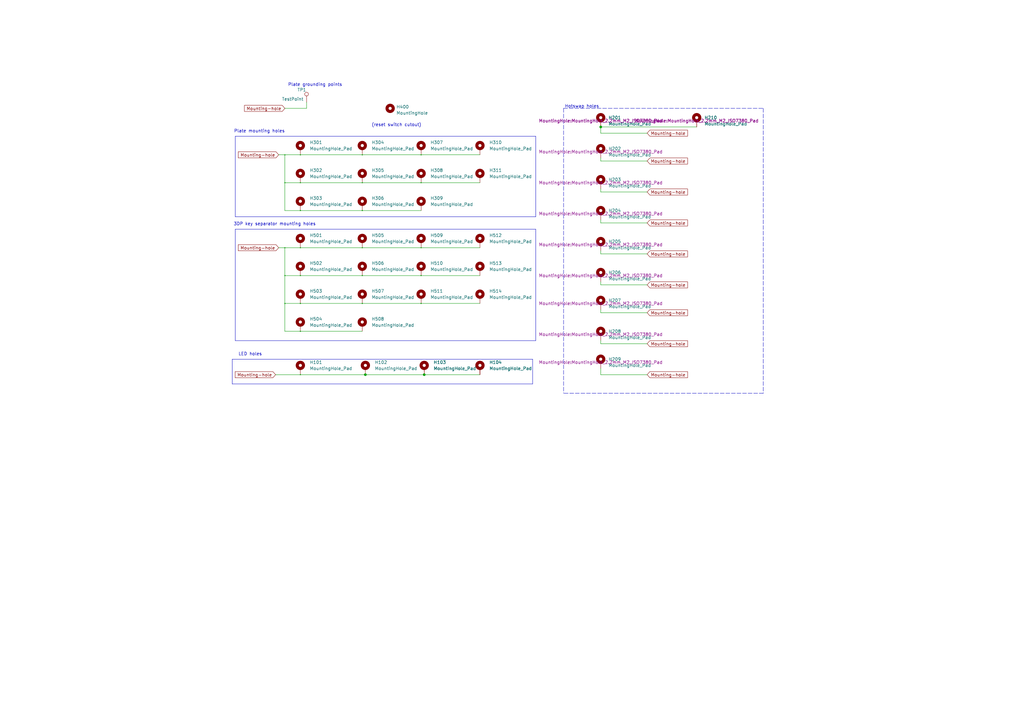
<source format=kicad_sch>
(kicad_sch (version 20230121) (generator eeschema)
  (paper "A3")
  (lib_symbols
    (symbol "Connector:TestPoint" (pin_numbers hide) (pin_names (offset 0.762) hide)
      (property "Reference" "TP" (at 0 6.858 0))
      (property "Value" "TestPoint" (at 0 5.08 0))
      (symbol "TestPoint_0_1"
        (circle (center 0 3.302) (radius 0.762))
      )
      (symbol "TestPoint_1_1"
        (pin passive line (at 0 0 90) (length 2.54) (name "1") (number "1"))
      )
    )
    (symbol "Mechanical:MountingHole" (pin_names (offset 1.016))
      (property "Reference" "H" (at 0 5.08 0))
      (property "Value" "MountingHole" (at 0 3.175 0))
      (symbol "MountingHole_0_1"
        (circle (center 0 0) (radius 1.27) (stroke (width 1.27)))
      )
    )
    (symbol "Mechanical:MountingHole_Pad" (pin_numbers hide) (pin_names hide)
      (property "Reference" "H" (at 0 6.35 0))
      (property "Value" "MountingHole_Pad" (at 0 4.445 0))
      (symbol "MountingHole_Pad_0_1"
        (circle (center 0 1.27) (radius 1.27) (stroke (width 1.27)))
      )
      (symbol "MountingHole_Pad_1_1"
        (pin input line (at 0 -2.54 90) (length 2.54) (name "1") (number "1"))
      )
    )
  )
  (junction (at 172.72 113.03) (diameter 0.3048))
  (junction (at 246.38 52.07))
  (junction (at 123.19 101.6) (diameter 0.3048))
  (junction (at 123.19 135.89) (diameter 0.3048))
  (junction (at 123.19 124.46) (diameter 0.3048))
  (junction (at 148.59 63.5) (diameter 0.3048))
  (junction (at 123.19 74.93) (diameter 0.3048))
  (junction (at 172.72 63.5) (diameter 0.3048))
  (junction (at 172.72 101.6) (diameter 0.3048))
  (junction (at 148.59 86.36) (diameter 0.3048))
  (junction (at 148.59 101.6) (diameter 0.3048))
  (junction (at 123.19 113.03) (diameter 0.3048))
  (junction (at 172.72 74.93) (diameter 0.3048))
  (junction (at 123.19 63.5) (diameter 0.3048))
  (junction (at 116.84 74.93) (diameter 0.3048))
  (junction (at 116.84 124.46) (diameter 0.3048))
  (junction (at 116.84 63.5) (diameter 0.3048))
  (junction (at 173.99 153.67))
  (junction (at 148.59 113.03) (diameter 0.3048))
  (junction (at 116.84 113.03) (diameter 0.3048))
  (junction (at 123.19 86.36) (diameter 0.3048))
  (junction (at 149.86 153.67))
  (junction (at 148.59 124.46) (diameter 0.3048))
  (junction (at 148.59 74.93) (diameter 0.3048))
  (junction (at 172.72 124.46) (diameter 0.3048))
  (junction (at 123.19 153.67) (diameter 0.3048))
  (junction (at 116.84 101.6) (diameter 0.3048))
  (wire (pts (xy 149.86 153.67) (xy 173.99 153.67)))
  (wire (pts (xy 172.72 113.03) (xy 148.59 113.03)))
  (polyline (pts (xy 219.71 88.9) (xy 96.52 88.9)))
  (polyline (pts (xy 96.52 93.98) (xy 219.71 93.98)))
  (wire (pts (xy 172.72 101.6) (xy 148.59 101.6)))
  (wire (pts (xy 116.84 44.45) (xy 125.73 44.45)))
  (polyline (pts (xy 313.055 44.45) (xy 313.055 161.29)) (stroke (width 0) (type dash)))
  (wire (pts (xy 265.43 66.04) (xy 246.38 66.04)))
  (wire (pts (xy 125.73 41.91) (xy 125.73 44.45)))
  (wire (pts (xy 113.03 153.67) (xy 123.19 153.67)))
  (wire (pts (xy 116.84 135.89) (xy 116.84 124.46)))
  (polyline (pts (xy 313.055 161.29) (xy 231.14 161.29)) (stroke (width 0) (type dash)))
  (wire (pts (xy 148.59 86.36) (xy 123.19 86.36)))
  (wire (pts (xy 265.43 128.27) (xy 246.38 128.27)))
  (wire (pts (xy 196.85 74.93) (xy 172.72 74.93)))
  (wire (pts (xy 246.38 77.47) (xy 246.38 78.74)))
  (polyline (pts (xy 96.52 55.88) (xy 96.52 88.9)))
  (wire (pts (xy 246.38 64.77) (xy 246.38 66.04)))
  (wire (pts (xy 123.19 86.36) (xy 116.84 86.36)))
  (wire (pts (xy 116.84 63.5) (xy 123.19 63.5)))
  (polyline (pts (xy 218.44 157.48) (xy 95.25 157.48)))
  (wire (pts (xy 123.19 135.89) (xy 116.84 135.89)))
  (wire (pts (xy 246.38 102.87) (xy 246.38 104.14)))
  (wire (pts (xy 114.3 101.6) (xy 116.84 101.6)))
  (wire (pts (xy 123.19 101.6) (xy 116.84 101.6)))
  (wire (pts (xy 265.43 104.14) (xy 246.38 104.14)))
  (wire (pts (xy 172.72 86.36) (xy 148.59 86.36)))
  (wire (pts (xy 265.43 140.97) (xy 246.38 140.97)))
  (wire (pts (xy 246.38 153.67) (xy 246.38 151.13)))
  (polyline (pts (xy 96.52 55.88) (xy 219.71 55.88)))
  (wire (pts (xy 265.43 91.44) (xy 246.38 91.44)))
  (polyline (pts (xy 231.14 44.45) (xy 313.055 44.45)) (stroke (width 0) (type dash)))
  (polyline (pts (xy 96.52 93.98) (xy 96.52 139.7)))
  (polyline (pts (xy 218.44 147.32) (xy 218.44 157.48)))
  (wire (pts (xy 172.72 124.46) (xy 148.59 124.46)))
  (polyline (pts (xy 219.71 93.98) (xy 219.71 139.7)))
  (polyline (pts (xy 95.25 147.32) (xy 218.44 147.32)))
  (wire (pts (xy 173.99 153.67) (xy 196.85 153.67)))
  (wire (pts (xy 246.38 127) (xy 246.38 128.27)))
  (polyline (pts (xy 95.25 147.32) (xy 95.25 157.48)))
  (wire (pts (xy 123.19 113.03) (xy 116.84 113.03)))
  (wire (pts (xy 114.3 63.5) (xy 116.84 63.5)))
  (wire (pts (xy 148.59 113.03) (xy 123.19 113.03)))
  (wire (pts (xy 246.38 139.7) (xy 246.38 140.97)))
  (wire (pts (xy 246.38 52.07) (xy 285.75 52.07)))
  (wire (pts (xy 148.59 101.6) (xy 123.19 101.6)))
  (wire (pts (xy 172.72 74.93) (xy 148.59 74.93)))
  (wire (pts (xy 246.38 115.57) (xy 246.38 116.84)))
  (wire (pts (xy 265.43 153.67) (xy 246.38 153.67)))
  (wire (pts (xy 123.19 74.93) (xy 116.84 74.93)))
  (wire (pts (xy 246.38 90.17) (xy 246.38 91.44)))
  (polyline (pts (xy 219.71 55.88) (xy 219.71 88.9)))
  (wire (pts (xy 246.38 52.07) (xy 246.38 54.61)))
  (wire (pts (xy 123.19 124.46) (xy 116.84 124.46)))
  (wire (pts (xy 265.43 54.61) (xy 246.38 54.61)))
  (wire (pts (xy 148.59 63.5) (xy 172.72 63.5)))
  (wire (pts (xy 123.19 63.5) (xy 148.59 63.5)))
  (wire (pts (xy 172.72 63.5) (xy 196.85 63.5)))
  (wire (pts (xy 123.19 153.67) (xy 149.86 153.67)))
  (wire (pts (xy 148.59 135.89) (xy 123.19 135.89)))
  (wire (pts (xy 196.85 113.03) (xy 172.72 113.03)))
  (wire (pts (xy 148.59 74.93) (xy 123.19 74.93)))
  (wire (pts (xy 116.84 74.93) (xy 116.84 63.5)))
  (wire (pts (xy 265.43 116.84) (xy 246.38 116.84)))
  (polyline (pts (xy 219.71 139.7) (xy 96.52 139.7)))
  (wire (pts (xy 116.84 86.36) (xy 116.84 74.93)))
  (wire (pts (xy 265.43 78.74) (xy 246.38 78.74)))
  (wire (pts (xy 148.59 124.46) (xy 123.19 124.46)))
  (wire (pts (xy 116.84 124.46) (xy 116.84 113.03)))
  (wire (pts (xy 116.84 113.03) (xy 116.84 101.6)))
  (polyline (pts (xy 231.14 44.45) (xy 231.14 161.29)) (stroke (width 0) (type dash)))
  (wire (pts (xy 196.85 101.6) (xy 172.72 101.6)))
  (wire (pts (xy 196.85 124.46) (xy 172.72 124.46)))
  (text "Hotswap holes\n" (at 245.745 44.45 0) (effects (font (size 1.27 1.27)) (justify right bottom)))
  (text "Plate mounting holes" (at 116.84 54.61 0) (effects (font (size 1.27 1.27)) (justify right bottom)))
  (text "LED holes" (at 97.79 146.05 0) (effects (font (size 1.27 1.27)) (justify left bottom)))
  (text "3DP key separator mounting holes" (at 129.54 92.71 0) (effects (font (size 1.27 1.27)) (justify right bottom)))
  (text "(reset switch cutout)" (at 152.4 52.07 0) (effects (font (size 1.27 1.27)) (justify left bottom)))
  (text "Plate grounding points" (at 118.11 35.56 0) (effects (font (size 1.27 1.27)) (justify left bottom)))
  (global_label "Mounting-hole" (shape input) (at 265.43 116.84 0) (property "Intersheetrefs" "${INTERSHEET_REFS}" (effects hide)))
  (global_label "Mounting-hole" (shape input) (at 265.43 153.67 0) (property "Intersheetrefs" "${INTERSHEET_REFS}" (effects hide)))
  (global_label "Mounting-hole" (shape input) (at 114.3 63.5 180) (property "Intersheetrefs" "${INTERSHEET_REFS}" (effects hide)))
  (global_label "Mounting-hole" (shape input) (at 265.43 140.97 0) (property "Intersheetrefs" "${INTERSHEET_REFS}" (effects hide)))
  (global_label "Mounting-hole" (shape input) (at 265.43 66.04 0) (property "Intersheetrefs" "${INTERSHEET_REFS}" (effects hide)))
  (global_label "Mounting-hole" (shape input) (at 114.3 101.6 180) (property "Intersheetrefs" "${INTERSHEET_REFS}" (effects hide)))
  (global_label "Mounting-hole" (shape input) (at 265.43 104.14 0) (property "Intersheetrefs" "${INTERSHEET_REFS}" (effects hide)))
  (global_label "Mounting-hole" (shape input) (at 265.43 78.74 0) (property "Intersheetrefs" "${INTERSHEET_REFS}" (effects hide)))
  (global_label "Mounting-hole" (shape input) (at 265.43 54.61 0) (property "Intersheetrefs" "${INTERSHEET_REFS}" (effects hide)))
  (global_label "Mounting-hole" (shape input) (at 116.84 44.45 180) (property "Intersheetrefs" "${INTERSHEET_REFS}" (effects hide)))
  (global_label "Mounting-hole" (shape input) (at 113.03 153.67 180) (property "Intersheetrefs" "${INTERSHEET_REFS}" (effects hide)))
  (global_label "Mounting-hole" (shape input) (at 265.43 91.44 0) (property "Intersheetrefs" "${INTERSHEET_REFS}" (effects hide)))
  (global_label "Mounting-hole" (shape input) (at 265.43 128.27 0) (property "Intersheetrefs" "${INTERSHEET_REFS}" (effects hide)))
  (symbol (lib_id "Mechanical:MountingHole_Pad") (at 196.85 110.49 0) (unit 1)
    (property "Reference" "H513" (at 200.66 107.95 0) (effects (justify left)))
    (property "Value" "MountingHole_Pad" (at 200.66 110.49 0) (effects (justify left)))
    (property "Footprint" "MountingHole:MountingHole_5.3mm_M5_DIN965_Pad" (effects hide))
  )
  (symbol (lib_id "Mechanical:MountingHole_Pad") (at 246.38 74.93 0) (unit 1)
    (property "Reference" "H203" (at 249.555 73.66 0) (effects (justify left)))
    (property "Value" "MountingHole_Pad" (at 249.555 76.2 0) (effects (justify left)))
    (property "Footprint" "MountingHole:MountingHole_2.2mm_M2_ISO7380_Pad" (at 246.38 74.93 0))
  )
  (symbol (lib_id "Mechanical:MountingHole_Pad") (at 123.19 83.82 0) (unit 1)
    (property "Reference" "H303" (at 127 81.28 0) (effects (justify left)))
    (property "Value" "MountingHole_Pad" (at 127 83.82 0) (effects (justify left)))
    (property "Footprint" "Boston-3DP-plate-library:PEM-KF2-M3-ET_(solder-in)" (effects hide))
  )
  (symbol (lib_id "Mechanical:MountingHole_Pad") (at 196.85 72.39 0) (unit 1)
    (property "Reference" "H311" (at 200.66 69.85 0) (effects (justify left)))
    (property "Value" "MountingHole_Pad" (at 200.66 72.39 0) (effects (justify left)))
    (property "Footprint" "Boston-3DP-plate-library:PEM-KF2-M3-ET_(solder-in)" (effects hide))
  )
  (symbol (lib_id "Mechanical:MountingHole_Pad") (at 148.59 99.06 0) (unit 1)
    (property "Reference" "H505" (at 152.4 96.52 0) (effects (justify left)))
    (property "Value" "MountingHole_Pad" (at 152.4 99.06 0) (effects (justify left)))
    (property "Footprint" "MountingHole:MountingHole_2.2mm_M2_Pad" (effects hide))
  )
  (symbol (lib_id "Mechanical:MountingHole_Pad") (at 148.59 133.35 0) (unit 1)
    (property "Reference" "H508" (at 152.4 130.81 0) (effects (justify left)))
    (property "Value" "MountingHole_Pad" (at 152.4 133.35 0) (effects (justify left)))
    (property "Footprint" "MountingHole:MountingHole_2.2mm_M2_Pad" (effects hide))
  )
  (symbol (lib_id "Connector:TestPoint") (at 125.73 41.91 0) (unit 1)
    (property "Reference" "TP1" (at 121.92 36.83 0) (effects (justify left)))
    (property "Value" "TestPoint" (at 115.57 40.64 0) (effects (justify left)))
    (property "Footprint" "Boston-3DP-plate-library:Pad-4x10mm" (effects hide))
  )
  (symbol (lib_id "Mechanical:MountingHole_Pad") (at 196.85 121.92 0) (unit 1)
    (property "Reference" "H514" (at 200.66 119.38 0) (effects (justify left)))
    (property "Value" "MountingHole_Pad" (at 200.66 121.92 0) (effects (justify left)))
    (property "Footprint" "MountingHole:MountingHole_2.2mm_M2_Pad" (effects hide))
  )
  (symbol (lib_id "Mechanical:MountingHole_Pad") (at 148.59 83.82 0) (unit 1)
    (property "Reference" "H306" (at 152.4 81.28 0) (effects (justify left)))
    (property "Value" "MountingHole_Pad" (at 152.4 83.82 0) (effects (justify left)))
    (property "Footprint" "Boston-3DP-plate-library:PEM-KF2-M3-ET_(solder-in)" (effects hide))
  )
  (symbol (lib_id "Mechanical:MountingHole_Pad") (at 246.38 62.23 0) (unit 1)
    (property "Reference" "H202" (at 249.555 60.96 0) (effects (justify left)))
    (property "Value" "MountingHole_Pad" (at 249.555 63.5 0) (effects (justify left)))
    (property "Footprint" "MountingHole:MountingHole_2.2mm_M2_ISO7380_Pad" (at 246.38 62.23 0))
  )
  (symbol (lib_id "Mechanical:MountingHole_Pad") (at 123.19 60.96 0) (unit 1)
    (property "Reference" "H301" (at 127 58.42 0) (effects (justify left)))
    (property "Value" "MountingHole_Pad" (at 127 60.96 0) (effects (justify left)))
    (property "Footprint" "Boston-3DP-plate-library:PEM-KF2-M3-ET_(solder-in)" (effects hide))
  )
  (symbol (lib_id "Mechanical:MountingHole_Pad") (at 246.38 124.46 0) (unit 1)
    (property "Reference" "H207" (at 249.555 123.19 0) (effects (justify left)))
    (property "Value" "MountingHole_Pad" (at 249.555 125.73 0) (effects (justify left)))
    (property "Footprint" "MountingHole:MountingHole_2.2mm_M2_ISO7380_Pad" (at 246.38 124.46 0))
  )
  (symbol (lib_id "Mechanical:MountingHole_Pad") (at 246.38 113.03 0) (unit 1)
    (property "Reference" "H206" (at 249.555 111.76 0) (effects (justify left)))
    (property "Value" "MountingHole_Pad" (at 249.555 114.3 0) (effects (justify left)))
    (property "Footprint" "MountingHole:MountingHole_2.2mm_M2_ISO7380_Pad" (at 246.38 113.03 0))
  )
  (symbol (lib_id "Mechanical:MountingHole_Pad") (at 148.59 72.39 0) (unit 1)
    (property "Reference" "H305" (at 152.4 69.85 0) (effects (justify left)))
    (property "Value" "MountingHole_Pad" (at 152.4 72.39 0) (effects (justify left)))
    (property "Footprint" "Boston-3DP-plate-library:PEM-KF2-M3-ET_(solder-in)" (effects hide))
  )
  (symbol (lib_id "Mechanical:MountingHole_Pad") (at 285.75 49.53 0) (unit 1)
    (property "Reference" "H210" (at 288.925 48.26 0) (effects (justify left)))
    (property "Value" "MountingHole_Pad" (at 288.925 50.8 0) (effects (justify left)))
    (property "Footprint" "MountingHole:MountingHole_2.2mm_M2_ISO7380_Pad" (at 285.75 49.53 0))
  )
  (symbol (lib_id "Mechanical:MountingHole_Pad") (at 172.72 60.96 0) (unit 1)
    (property "Reference" "H307" (at 176.53 58.42 0) (effects (justify left)))
    (property "Value" "MountingHole_Pad" (at 176.53 60.96 0) (effects (justify left)))
    (property "Footprint" "Boston-3DP-plate-library:PEM-KF2-M3-ET_(solder-in)" (effects hide))
  )
  (symbol (lib_id "Mechanical:MountingHole_Pad") (at 123.19 99.06 0) (unit 1)
    (property "Reference" "H501" (at 127 96.52 0) (effects (justify left)))
    (property "Value" "MountingHole_Pad" (at 127 99.06 0) (effects (justify left)))
    (property "Footprint" "MountingHole:MountingHole_2.2mm_M2_Pad" (effects hide))
  )
  (symbol (lib_id "Mechanical:MountingHole_Pad") (at 246.38 137.16 0) (unit 1)
    (property "Reference" "H208" (at 249.555 135.89 0) (effects (justify left)))
    (property "Value" "MountingHole_Pad" (at 249.555 138.43 0) (effects (justify left)))
    (property "Footprint" "MountingHole:MountingHole_2.2mm_M2_ISO7380_Pad" (at 246.38 137.16 0))
  )
  (symbol (lib_id "Mechanical:MountingHole_Pad") (at 172.72 99.06 0) (unit 1)
    (property "Reference" "H509" (at 176.53 96.52 0) (effects (justify left)))
    (property "Value" "MountingHole_Pad" (at 176.53 99.06 0) (effects (justify left)))
    (property "Footprint" "MountingHole:MountingHole_2.2mm_M2_Pad" (effects hide))
  )
  (symbol (lib_id "Mechanical:MountingHole_Pad") (at 246.38 100.33 0) (unit 1)
    (property "Reference" "H205" (at 249.555 99.06 0) (effects (justify left)))
    (property "Value" "MountingHole_Pad" (at 249.555 101.6 0) (effects (justify left)))
    (property "Footprint" "MountingHole:MountingHole_2.2mm_M2_ISO7380_Pad" (at 246.38 100.33 0))
  )
  (symbol (lib_id "Mechanical:MountingHole_Pad") (at 196.85 60.96 0) (unit 1)
    (property "Reference" "H310" (at 200.66 58.42 0) (effects (justify left)))
    (property "Value" "MountingHole_Pad" (at 200.66 60.96 0) (effects (justify left)))
    (property "Footprint" "Boston-3DP-plate-library:PEM-KF2-M3-ET_(solder-in)" (effects hide))
  )
  (symbol (lib_id "Mechanical:MountingHole_Pad") (at 172.72 83.82 0) (unit 1)
    (property "Reference" "H309" (at 176.53 81.28 0) (effects (justify left)))
    (property "Value" "MountingHole_Pad" (at 176.53 83.82 0) (effects (justify left)))
    (property "Footprint" "Boston-3DP-plate-library:PEM-KF2-M3-ET_(solder-in)" (effects hide))
  )
  (symbol (lib_id "Mechanical:MountingHole_Pad") (at 148.59 121.92 0) (unit 1)
    (property "Reference" "H507" (at 152.4 119.38 0) (effects (justify left)))
    (property "Value" "MountingHole_Pad" (at 152.4 121.92 0) (effects (justify left)))
    (property "Footprint" "MountingHole:MountingHole_2.2mm_M2_Pad" (effects hide))
  )
  (symbol (lib_id "Mechanical:MountingHole_Pad") (at 172.72 72.39 0) (unit 1)
    (property "Reference" "H308" (at 176.53 69.85 0) (effects (justify left)))
    (property "Value" "MountingHole_Pad" (at 176.53 72.39 0) (effects (justify left)))
    (property "Footprint" "Boston-3DP-plate-library:PEM-KF2-M3-ET_(solder-in)" (effects hide))
  )
  (symbol (lib_id "Mechanical:MountingHole_Pad") (at 148.59 110.49 0) (unit 1)
    (property "Reference" "H506" (at 152.4 107.95 0) (effects (justify left)))
    (property "Value" "MountingHole_Pad" (at 152.4 110.49 0) (effects (justify left)))
    (property "Footprint" "MountingHole:MountingHole_2.2mm_M2_Pad" (effects hide))
  )
  (symbol (lib_id "Mechanical:MountingHole_Pad") (at 148.59 60.96 0) (unit 1)
    (property "Reference" "H304" (at 152.4 58.42 0) (effects (justify left)))
    (property "Value" "MountingHole_Pad" (at 152.4 60.96 0) (effects (justify left)))
    (property "Footprint" "Boston-3DP-plate-library:PEM-KF2-M3-ET_(solder-in)" (effects hide))
  )
  (symbol (lib_id "Mechanical:MountingHole_Pad") (at 172.72 121.92 0) (unit 1)
    (property "Reference" "H511" (at 176.53 119.38 0) (effects (justify left)))
    (property "Value" "MountingHole_Pad" (at 176.53 121.92 0) (effects (justify left)))
    (property "Footprint" "MountingHole:MountingHole_2.2mm_M2_Pad" (effects hide))
  )
  (symbol (lib_id "Mechanical:MountingHole_Pad") (at 196.85 99.06 0) (unit 1)
    (property "Reference" "H512" (at 200.66 96.52 0) (effects (justify left)))
    (property "Value" "MountingHole_Pad" (at 200.66 99.06 0) (effects (justify left)))
    (property "Footprint" "MountingHole:MountingHole_2.2mm_M2_Pad" (effects hide))
  )
  (symbol (lib_id "Mechanical:MountingHole_Pad") (at 123.19 133.35 0) (unit 1)
    (property "Reference" "H504" (at 127 130.81 0) (effects (justify left)))
    (property "Value" "MountingHole_Pad" (at 127 133.35 0) (effects (justify left)))
    (property "Footprint" "MountingHole:MountingHole_2.2mm_M2_Pad" (effects hide))
  )
  (symbol (lib_id "Mechanical:MountingHole_Pad") (at 246.38 87.63 0) (unit 1)
    (property "Reference" "H204" (at 249.555 86.36 0) (effects (justify left)))
    (property "Value" "MountingHole_Pad" (at 249.555 88.9 0) (effects (justify left)))
    (property "Footprint" "MountingHole:MountingHole_2.2mm_M2_ISO7380_Pad" (at 246.38 87.63 0))
  )
  (symbol (lib_id "Mechanical:MountingHole_Pad") (at 172.72 110.49 0) (unit 1)
    (property "Reference" "H510" (at 176.53 107.95 0) (effects (justify left)))
    (property "Value" "MountingHole_Pad" (at 176.53 110.49 0) (effects (justify left)))
    (property "Footprint" "MountingHole:MountingHole_2.2mm_M2_Pad" (effects hide))
  )
  (symbol (lib_id "Mechanical:MountingHole_Pad") (at 246.38 148.59 0) (unit 1)
    (property "Reference" "H209" (at 249.555 147.32 0) (effects (justify left)))
    (property "Value" "MountingHole_Pad" (at 249.555 149.86 0) (effects (justify left)))
    (property "Footprint" "MountingHole:MountingHole_2.2mm_M2_ISO7380_Pad" (at 246.38 148.59 0))
  )
  (symbol (lib_id "Mechanical:MountingHole_Pad") (at 123.19 72.39 0) (unit 1)
    (property "Reference" "H302" (at 127 69.85 0) (effects (justify left)))
    (property "Value" "MountingHole_Pad" (at 127 72.39 0) (effects (justify left)))
    (property "Footprint" "Boston-3DP-plate-library:PEM-KF2-M3-ET_(solder-in)" (effects hide))
  )
  (symbol (lib_id "Mechanical:MountingHole_Pad") (at 123.19 121.92 0) (unit 1)
    (property "Reference" "H503" (at 127 119.38 0) (effects (justify left)))
    (property "Value" "MountingHole_Pad" (at 127 121.92 0) (effects (justify left)))
    (property "Footprint" "MountingHole:MountingHole_2.2mm_M2_Pad" (effects hide))
  )
  (symbol (lib_id "Mechanical:MountingHole_Pad") (at 196.85 151.13 0) (unit 1)
    (property "Reference" "H104" (at 200.66 148.59 0) (effects (justify left)))
    (property "Value" "MountingHole_Pad" (at 200.66 151.13 0) (effects (justify left)))
    (property "Footprint" "MountingHole:MountingHole_5.3mm_M5_DIN965_Pad" (effects hide))
  )
  (symbol (lib_id "Mechanical:MountingHole_Pad") (at 123.19 110.49 0) (unit 1)
    (property "Reference" "H502" (at 127 107.95 0) (effects (justify left)))
    (property "Value" "MountingHole_Pad" (at 127 110.49 0) (effects (justify left)))
    (property "Footprint" "MountingHole:MountingHole_2.2mm_M2_Pad" (effects hide))
  )
  (symbol (lib_id "Mechanical:MountingHole") (at 160.02 44.45 0) (unit 1)
    (property "Reference" "H400" (at 162.56 43.815 0) (effects (justify left)))
    (property "Value" "MountingHole" (at 162.56 46.355 0) (effects (justify left)))
    (property "Footprint" "Boston-3DP-plate-library:6x6-Tact-switch-opening-enlarged" (effects hide))
  )
  (symbol (lib_id "Mechanical:MountingHole_Pad") (at 149.86 151.13 0) (unit 1)
    (property "Reference" "H102" (at 153.67 148.59 0) (effects (justify left)))
    (property "Value" "MountingHole_Pad" (at 153.67 151.13 0) (effects (justify left)))
    (property "Footprint" "MountingHole:MountingHole_5.3mm_M5_DIN965_Pad" (effects hide))
  )
  (symbol (lib_id "Mechanical:MountingHole_Pad") (at 123.19 151.13 0) (unit 1)
    (property "Reference" "H101" (at 127 148.59 0) (effects (justify left)))
    (property "Value" "MountingHole_Pad" (at 127 151.13 0) (effects (justify left)))
    (property "Footprint" "MountingHole:MountingHole_2.2mm_M2_Pad" (effects hide))
  )
  (symbol (lib_id "Mechanical:MountingHole_Pad") (at 173.99 151.13 0) (unit 1)
    (property "Reference" "H103" (at 177.8 148.59 0) (effects (justify left)))
    (property "Value" "MountingHole_Pad" (at 177.8 151.13 0) (effects (justify left)))
    (property "Footprint" "MountingHole:MountingHole_5.3mm_M5_DIN965_Pad" (effects hide))
  )
  (symbol (lib_id "Mechanical:MountingHole_Pad") (at 246.38 49.53 0) (unit 1)
    (property "Reference" "H201" (at 249.555 48.26 0) (effects (justify left)))
    (property "Value" "MountingHole_Pad" (at 249.555 50.8 0) (effects (justify left)))
    (property "Footprint" "MountingHole:MountingHole_2.2mm_M2_ISO7380_Pad" (at 246.38 49.53 0))
  )
)
</source>
